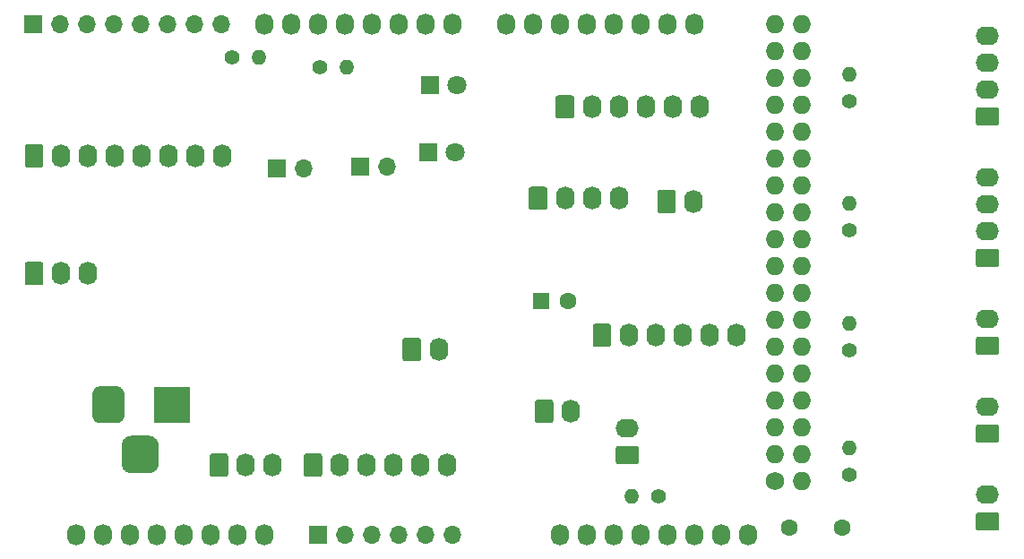
<source format=gbr>
G04 #@! TF.GenerationSoftware,KiCad,Pcbnew,(5.1.5-0-10_14)*
G04 #@! TF.CreationDate,2022-03-30T14:34:22+10:00*
G04 #@! TF.ProjectId,Hornet Forward Output Upper Shield,486f726e-6574-4204-966f-727761726420,rev?*
G04 #@! TF.SameCoordinates,Original*
G04 #@! TF.FileFunction,Soldermask,Top*
G04 #@! TF.FilePolarity,Negative*
%FSLAX46Y46*%
G04 Gerber Fmt 4.6, Leading zero omitted, Abs format (unit mm)*
G04 Created by KiCad (PCBNEW (5.1.5-0-10_14)) date 2022-03-30 14:34:22*
%MOMM*%
%LPD*%
G04 APERTURE LIST*
%ADD10C,1.600000*%
%ADD11R,1.600000X1.600000*%
%ADD12O,2.200000X1.740000*%
%ADD13C,0.100000*%
%ADD14C,1.400000*%
%ADD15O,1.400000X1.400000*%
%ADD16O,1.740000X2.200000*%
%ADD17R,3.500000X3.500000*%
%ADD18O,1.700000X1.700000*%
%ADD19R,1.700000X1.700000*%
%ADD20C,1.800000*%
%ADD21R,1.800000X1.800000*%
%ADD22C,1.727200*%
%ADD23O,1.727200X1.727200*%
%ADD24O,1.727200X2.032000*%
G04 APERTURE END LIST*
D10*
X198708000Y-118428000D03*
X203708000Y-118428000D03*
X177760000Y-97028000D03*
D11*
X175260000Y-97028000D03*
D12*
X183388000Y-109030000D03*
D13*
G36*
X184262505Y-110701204D02*
G01*
X184286773Y-110704804D01*
X184310572Y-110710765D01*
X184333671Y-110719030D01*
X184355850Y-110729520D01*
X184376893Y-110742132D01*
X184396599Y-110756747D01*
X184414777Y-110773223D01*
X184431253Y-110791401D01*
X184445868Y-110811107D01*
X184458480Y-110832150D01*
X184468970Y-110854329D01*
X184477235Y-110877428D01*
X184483196Y-110901227D01*
X184486796Y-110925495D01*
X184488000Y-110949999D01*
X184488000Y-112190001D01*
X184486796Y-112214505D01*
X184483196Y-112238773D01*
X184477235Y-112262572D01*
X184468970Y-112285671D01*
X184458480Y-112307850D01*
X184445868Y-112328893D01*
X184431253Y-112348599D01*
X184414777Y-112366777D01*
X184396599Y-112383253D01*
X184376893Y-112397868D01*
X184355850Y-112410480D01*
X184333671Y-112420970D01*
X184310572Y-112429235D01*
X184286773Y-112435196D01*
X184262505Y-112438796D01*
X184238001Y-112440000D01*
X182537999Y-112440000D01*
X182513495Y-112438796D01*
X182489227Y-112435196D01*
X182465428Y-112429235D01*
X182442329Y-112420970D01*
X182420150Y-112410480D01*
X182399107Y-112397868D01*
X182379401Y-112383253D01*
X182361223Y-112366777D01*
X182344747Y-112348599D01*
X182330132Y-112328893D01*
X182317520Y-112307850D01*
X182307030Y-112285671D01*
X182298765Y-112262572D01*
X182292804Y-112238773D01*
X182289204Y-112214505D01*
X182288000Y-112190001D01*
X182288000Y-110949999D01*
X182289204Y-110925495D01*
X182292804Y-110901227D01*
X182298765Y-110877428D01*
X182307030Y-110854329D01*
X182317520Y-110832150D01*
X182330132Y-110811107D01*
X182344747Y-110791401D01*
X182361223Y-110773223D01*
X182379401Y-110756747D01*
X182399107Y-110742132D01*
X182420150Y-110729520D01*
X182442329Y-110719030D01*
X182465428Y-110710765D01*
X182489227Y-110704804D01*
X182513495Y-110701204D01*
X182537999Y-110700000D01*
X184238001Y-110700000D01*
X184262505Y-110701204D01*
G37*
D12*
X217424000Y-115316000D03*
D13*
G36*
X218298505Y-116987204D02*
G01*
X218322773Y-116990804D01*
X218346572Y-116996765D01*
X218369671Y-117005030D01*
X218391850Y-117015520D01*
X218412893Y-117028132D01*
X218432599Y-117042747D01*
X218450777Y-117059223D01*
X218467253Y-117077401D01*
X218481868Y-117097107D01*
X218494480Y-117118150D01*
X218504970Y-117140329D01*
X218513235Y-117163428D01*
X218519196Y-117187227D01*
X218522796Y-117211495D01*
X218524000Y-117235999D01*
X218524000Y-118476001D01*
X218522796Y-118500505D01*
X218519196Y-118524773D01*
X218513235Y-118548572D01*
X218504970Y-118571671D01*
X218494480Y-118593850D01*
X218481868Y-118614893D01*
X218467253Y-118634599D01*
X218450777Y-118652777D01*
X218432599Y-118669253D01*
X218412893Y-118683868D01*
X218391850Y-118696480D01*
X218369671Y-118706970D01*
X218346572Y-118715235D01*
X218322773Y-118721196D01*
X218298505Y-118724796D01*
X218274001Y-118726000D01*
X216573999Y-118726000D01*
X216549495Y-118724796D01*
X216525227Y-118721196D01*
X216501428Y-118715235D01*
X216478329Y-118706970D01*
X216456150Y-118696480D01*
X216435107Y-118683868D01*
X216415401Y-118669253D01*
X216397223Y-118652777D01*
X216380747Y-118634599D01*
X216366132Y-118614893D01*
X216353520Y-118593850D01*
X216343030Y-118571671D01*
X216334765Y-118548572D01*
X216328804Y-118524773D01*
X216325204Y-118500505D01*
X216324000Y-118476001D01*
X216324000Y-117235999D01*
X216325204Y-117211495D01*
X216328804Y-117187227D01*
X216334765Y-117163428D01*
X216343030Y-117140329D01*
X216353520Y-117118150D01*
X216366132Y-117097107D01*
X216380747Y-117077401D01*
X216397223Y-117059223D01*
X216415401Y-117042747D01*
X216435107Y-117028132D01*
X216456150Y-117015520D01*
X216478329Y-117005030D01*
X216501428Y-116996765D01*
X216525227Y-116990804D01*
X216549495Y-116987204D01*
X216573999Y-116986000D01*
X218274001Y-116986000D01*
X218298505Y-116987204D01*
G37*
D14*
X186309000Y-115443000D03*
D15*
X183769000Y-115443000D03*
D14*
X204343000Y-113411000D03*
D15*
X204343000Y-110871000D03*
D14*
X204343000Y-101664000D03*
D15*
X204343000Y-99124000D03*
D14*
X204343000Y-90360500D03*
D15*
X204343000Y-87820500D03*
D14*
X204343000Y-78105000D03*
D15*
X204343000Y-75565000D03*
D12*
X217424000Y-71945500D03*
X217424000Y-74485500D03*
X217424000Y-77025500D03*
D13*
G36*
X218298505Y-78696704D02*
G01*
X218322773Y-78700304D01*
X218346572Y-78706265D01*
X218369671Y-78714530D01*
X218391850Y-78725020D01*
X218412893Y-78737632D01*
X218432599Y-78752247D01*
X218450777Y-78768723D01*
X218467253Y-78786901D01*
X218481868Y-78806607D01*
X218494480Y-78827650D01*
X218504970Y-78849829D01*
X218513235Y-78872928D01*
X218519196Y-78896727D01*
X218522796Y-78920995D01*
X218524000Y-78945499D01*
X218524000Y-80185501D01*
X218522796Y-80210005D01*
X218519196Y-80234273D01*
X218513235Y-80258072D01*
X218504970Y-80281171D01*
X218494480Y-80303350D01*
X218481868Y-80324393D01*
X218467253Y-80344099D01*
X218450777Y-80362277D01*
X218432599Y-80378753D01*
X218412893Y-80393368D01*
X218391850Y-80405980D01*
X218369671Y-80416470D01*
X218346572Y-80424735D01*
X218322773Y-80430696D01*
X218298505Y-80434296D01*
X218274001Y-80435500D01*
X216573999Y-80435500D01*
X216549495Y-80434296D01*
X216525227Y-80430696D01*
X216501428Y-80424735D01*
X216478329Y-80416470D01*
X216456150Y-80405980D01*
X216435107Y-80393368D01*
X216415401Y-80378753D01*
X216397223Y-80362277D01*
X216380747Y-80344099D01*
X216366132Y-80324393D01*
X216353520Y-80303350D01*
X216343030Y-80281171D01*
X216334765Y-80258072D01*
X216328804Y-80234273D01*
X216325204Y-80210005D01*
X216324000Y-80185501D01*
X216324000Y-78945499D01*
X216325204Y-78920995D01*
X216328804Y-78896727D01*
X216334765Y-78872928D01*
X216343030Y-78849829D01*
X216353520Y-78827650D01*
X216366132Y-78806607D01*
X216380747Y-78786901D01*
X216397223Y-78768723D01*
X216415401Y-78752247D01*
X216435107Y-78737632D01*
X216456150Y-78725020D01*
X216478329Y-78714530D01*
X216501428Y-78706265D01*
X216525227Y-78700304D01*
X216549495Y-78696704D01*
X216573999Y-78695500D01*
X218274001Y-78695500D01*
X218298505Y-78696704D01*
G37*
D12*
X217424000Y-107013000D03*
D13*
G36*
X218298505Y-108684204D02*
G01*
X218322773Y-108687804D01*
X218346572Y-108693765D01*
X218369671Y-108702030D01*
X218391850Y-108712520D01*
X218412893Y-108725132D01*
X218432599Y-108739747D01*
X218450777Y-108756223D01*
X218467253Y-108774401D01*
X218481868Y-108794107D01*
X218494480Y-108815150D01*
X218504970Y-108837329D01*
X218513235Y-108860428D01*
X218519196Y-108884227D01*
X218522796Y-108908495D01*
X218524000Y-108932999D01*
X218524000Y-110173001D01*
X218522796Y-110197505D01*
X218519196Y-110221773D01*
X218513235Y-110245572D01*
X218504970Y-110268671D01*
X218494480Y-110290850D01*
X218481868Y-110311893D01*
X218467253Y-110331599D01*
X218450777Y-110349777D01*
X218432599Y-110366253D01*
X218412893Y-110380868D01*
X218391850Y-110393480D01*
X218369671Y-110403970D01*
X218346572Y-110412235D01*
X218322773Y-110418196D01*
X218298505Y-110421796D01*
X218274001Y-110423000D01*
X216573999Y-110423000D01*
X216549495Y-110421796D01*
X216525227Y-110418196D01*
X216501428Y-110412235D01*
X216478329Y-110403970D01*
X216456150Y-110393480D01*
X216435107Y-110380868D01*
X216415401Y-110366253D01*
X216397223Y-110349777D01*
X216380747Y-110331599D01*
X216366132Y-110311893D01*
X216353520Y-110290850D01*
X216343030Y-110268671D01*
X216334765Y-110245572D01*
X216328804Y-110221773D01*
X216325204Y-110197505D01*
X216324000Y-110173001D01*
X216324000Y-108932999D01*
X216325204Y-108908495D01*
X216328804Y-108884227D01*
X216334765Y-108860428D01*
X216343030Y-108837329D01*
X216353520Y-108815150D01*
X216366132Y-108794107D01*
X216380747Y-108774401D01*
X216397223Y-108756223D01*
X216415401Y-108739747D01*
X216435107Y-108725132D01*
X216456150Y-108712520D01*
X216478329Y-108702030D01*
X216501428Y-108693765D01*
X216525227Y-108687804D01*
X216549495Y-108684204D01*
X216573999Y-108683000D01*
X218274001Y-108683000D01*
X218298505Y-108684204D01*
G37*
D12*
X217424000Y-85328100D03*
X217424000Y-87868100D03*
X217424000Y-90408100D03*
D13*
G36*
X218298505Y-92079304D02*
G01*
X218322773Y-92082904D01*
X218346572Y-92088865D01*
X218369671Y-92097130D01*
X218391850Y-92107620D01*
X218412893Y-92120232D01*
X218432599Y-92134847D01*
X218450777Y-92151323D01*
X218467253Y-92169501D01*
X218481868Y-92189207D01*
X218494480Y-92210250D01*
X218504970Y-92232429D01*
X218513235Y-92255528D01*
X218519196Y-92279327D01*
X218522796Y-92303595D01*
X218524000Y-92328099D01*
X218524000Y-93568101D01*
X218522796Y-93592605D01*
X218519196Y-93616873D01*
X218513235Y-93640672D01*
X218504970Y-93663771D01*
X218494480Y-93685950D01*
X218481868Y-93706993D01*
X218467253Y-93726699D01*
X218450777Y-93744877D01*
X218432599Y-93761353D01*
X218412893Y-93775968D01*
X218391850Y-93788580D01*
X218369671Y-93799070D01*
X218346572Y-93807335D01*
X218322773Y-93813296D01*
X218298505Y-93816896D01*
X218274001Y-93818100D01*
X216573999Y-93818100D01*
X216549495Y-93816896D01*
X216525227Y-93813296D01*
X216501428Y-93807335D01*
X216478329Y-93799070D01*
X216456150Y-93788580D01*
X216435107Y-93775968D01*
X216415401Y-93761353D01*
X216397223Y-93744877D01*
X216380747Y-93726699D01*
X216366132Y-93706993D01*
X216353520Y-93685950D01*
X216343030Y-93663771D01*
X216334765Y-93640672D01*
X216328804Y-93616873D01*
X216325204Y-93592605D01*
X216324000Y-93568101D01*
X216324000Y-92328099D01*
X216325204Y-92303595D01*
X216328804Y-92279327D01*
X216334765Y-92255528D01*
X216343030Y-92232429D01*
X216353520Y-92210250D01*
X216366132Y-92189207D01*
X216380747Y-92169501D01*
X216397223Y-92151323D01*
X216415401Y-92134847D01*
X216435107Y-92120232D01*
X216456150Y-92107620D01*
X216478329Y-92097130D01*
X216501428Y-92088865D01*
X216525227Y-92082904D01*
X216549495Y-92079304D01*
X216573999Y-92078100D01*
X218274001Y-92078100D01*
X218298505Y-92079304D01*
G37*
D12*
X217424000Y-98711000D03*
D13*
G36*
X218298505Y-100382204D02*
G01*
X218322773Y-100385804D01*
X218346572Y-100391765D01*
X218369671Y-100400030D01*
X218391850Y-100410520D01*
X218412893Y-100423132D01*
X218432599Y-100437747D01*
X218450777Y-100454223D01*
X218467253Y-100472401D01*
X218481868Y-100492107D01*
X218494480Y-100513150D01*
X218504970Y-100535329D01*
X218513235Y-100558428D01*
X218519196Y-100582227D01*
X218522796Y-100606495D01*
X218524000Y-100630999D01*
X218524000Y-101871001D01*
X218522796Y-101895505D01*
X218519196Y-101919773D01*
X218513235Y-101943572D01*
X218504970Y-101966671D01*
X218494480Y-101988850D01*
X218481868Y-102009893D01*
X218467253Y-102029599D01*
X218450777Y-102047777D01*
X218432599Y-102064253D01*
X218412893Y-102078868D01*
X218391850Y-102091480D01*
X218369671Y-102101970D01*
X218346572Y-102110235D01*
X218322773Y-102116196D01*
X218298505Y-102119796D01*
X218274001Y-102121000D01*
X216573999Y-102121000D01*
X216549495Y-102119796D01*
X216525227Y-102116196D01*
X216501428Y-102110235D01*
X216478329Y-102101970D01*
X216456150Y-102091480D01*
X216435107Y-102078868D01*
X216415401Y-102064253D01*
X216397223Y-102047777D01*
X216380747Y-102029599D01*
X216366132Y-102009893D01*
X216353520Y-101988850D01*
X216343030Y-101966671D01*
X216334765Y-101943572D01*
X216328804Y-101919773D01*
X216325204Y-101895505D01*
X216324000Y-101871001D01*
X216324000Y-100630999D01*
X216325204Y-100606495D01*
X216328804Y-100582227D01*
X216334765Y-100558428D01*
X216343030Y-100535329D01*
X216353520Y-100513150D01*
X216366132Y-100492107D01*
X216380747Y-100472401D01*
X216397223Y-100454223D01*
X216415401Y-100437747D01*
X216435107Y-100423132D01*
X216456150Y-100410520D01*
X216478329Y-100400030D01*
X216501428Y-100391765D01*
X216525227Y-100385804D01*
X216549495Y-100382204D01*
X216573999Y-100381000D01*
X218274001Y-100381000D01*
X218298505Y-100382204D01*
G37*
D16*
X178054000Y-107442000D03*
D13*
G36*
X176158505Y-106343204D02*
G01*
X176182773Y-106346804D01*
X176206572Y-106352765D01*
X176229671Y-106361030D01*
X176251850Y-106371520D01*
X176272893Y-106384132D01*
X176292599Y-106398747D01*
X176310777Y-106415223D01*
X176327253Y-106433401D01*
X176341868Y-106453107D01*
X176354480Y-106474150D01*
X176364970Y-106496329D01*
X176373235Y-106519428D01*
X176379196Y-106543227D01*
X176382796Y-106567495D01*
X176384000Y-106591999D01*
X176384000Y-108292001D01*
X176382796Y-108316505D01*
X176379196Y-108340773D01*
X176373235Y-108364572D01*
X176364970Y-108387671D01*
X176354480Y-108409850D01*
X176341868Y-108430893D01*
X176327253Y-108450599D01*
X176310777Y-108468777D01*
X176292599Y-108485253D01*
X176272893Y-108499868D01*
X176251850Y-108512480D01*
X176229671Y-108522970D01*
X176206572Y-108531235D01*
X176182773Y-108537196D01*
X176158505Y-108540796D01*
X176134001Y-108542000D01*
X174893999Y-108542000D01*
X174869495Y-108540796D01*
X174845227Y-108537196D01*
X174821428Y-108531235D01*
X174798329Y-108522970D01*
X174776150Y-108512480D01*
X174755107Y-108499868D01*
X174735401Y-108485253D01*
X174717223Y-108468777D01*
X174700747Y-108450599D01*
X174686132Y-108430893D01*
X174673520Y-108409850D01*
X174663030Y-108387671D01*
X174654765Y-108364572D01*
X174648804Y-108340773D01*
X174645204Y-108316505D01*
X174644000Y-108292001D01*
X174644000Y-106591999D01*
X174645204Y-106567495D01*
X174648804Y-106543227D01*
X174654765Y-106519428D01*
X174663030Y-106496329D01*
X174673520Y-106474150D01*
X174686132Y-106453107D01*
X174700747Y-106433401D01*
X174717223Y-106415223D01*
X174735401Y-106398747D01*
X174755107Y-106384132D01*
X174776150Y-106371520D01*
X174798329Y-106361030D01*
X174821428Y-106352765D01*
X174845227Y-106346804D01*
X174869495Y-106343204D01*
X174893999Y-106342000D01*
X176134001Y-106342000D01*
X176158505Y-106343204D01*
G37*
D16*
X149860000Y-112522000D03*
X147320000Y-112522000D03*
D13*
G36*
X145424505Y-111423204D02*
G01*
X145448773Y-111426804D01*
X145472572Y-111432765D01*
X145495671Y-111441030D01*
X145517850Y-111451520D01*
X145538893Y-111464132D01*
X145558599Y-111478747D01*
X145576777Y-111495223D01*
X145593253Y-111513401D01*
X145607868Y-111533107D01*
X145620480Y-111554150D01*
X145630970Y-111576329D01*
X145639235Y-111599428D01*
X145645196Y-111623227D01*
X145648796Y-111647495D01*
X145650000Y-111671999D01*
X145650000Y-113372001D01*
X145648796Y-113396505D01*
X145645196Y-113420773D01*
X145639235Y-113444572D01*
X145630970Y-113467671D01*
X145620480Y-113489850D01*
X145607868Y-113510893D01*
X145593253Y-113530599D01*
X145576777Y-113548777D01*
X145558599Y-113565253D01*
X145538893Y-113579868D01*
X145517850Y-113592480D01*
X145495671Y-113602970D01*
X145472572Y-113611235D01*
X145448773Y-113617196D01*
X145424505Y-113620796D01*
X145400001Y-113622000D01*
X144159999Y-113622000D01*
X144135495Y-113620796D01*
X144111227Y-113617196D01*
X144087428Y-113611235D01*
X144064329Y-113602970D01*
X144042150Y-113592480D01*
X144021107Y-113579868D01*
X144001401Y-113565253D01*
X143983223Y-113548777D01*
X143966747Y-113530599D01*
X143952132Y-113510893D01*
X143939520Y-113489850D01*
X143929030Y-113467671D01*
X143920765Y-113444572D01*
X143914804Y-113420773D01*
X143911204Y-113396505D01*
X143910000Y-113372001D01*
X143910000Y-111671999D01*
X143911204Y-111647495D01*
X143914804Y-111623227D01*
X143920765Y-111599428D01*
X143929030Y-111576329D01*
X143939520Y-111554150D01*
X143952132Y-111533107D01*
X143966747Y-111513401D01*
X143983223Y-111495223D01*
X144001401Y-111478747D01*
X144021107Y-111464132D01*
X144042150Y-111451520D01*
X144064329Y-111441030D01*
X144087428Y-111432765D01*
X144111227Y-111426804D01*
X144135495Y-111423204D01*
X144159999Y-111422000D01*
X145400001Y-111422000D01*
X145424505Y-111423204D01*
G37*
D16*
X166370000Y-112522000D03*
X163830000Y-112522000D03*
X161290000Y-112522000D03*
X158750000Y-112522000D03*
X156210000Y-112522000D03*
D13*
G36*
X154314505Y-111423204D02*
G01*
X154338773Y-111426804D01*
X154362572Y-111432765D01*
X154385671Y-111441030D01*
X154407850Y-111451520D01*
X154428893Y-111464132D01*
X154448599Y-111478747D01*
X154466777Y-111495223D01*
X154483253Y-111513401D01*
X154497868Y-111533107D01*
X154510480Y-111554150D01*
X154520970Y-111576329D01*
X154529235Y-111599428D01*
X154535196Y-111623227D01*
X154538796Y-111647495D01*
X154540000Y-111671999D01*
X154540000Y-113372001D01*
X154538796Y-113396505D01*
X154535196Y-113420773D01*
X154529235Y-113444572D01*
X154520970Y-113467671D01*
X154510480Y-113489850D01*
X154497868Y-113510893D01*
X154483253Y-113530599D01*
X154466777Y-113548777D01*
X154448599Y-113565253D01*
X154428893Y-113579868D01*
X154407850Y-113592480D01*
X154385671Y-113602970D01*
X154362572Y-113611235D01*
X154338773Y-113617196D01*
X154314505Y-113620796D01*
X154290001Y-113622000D01*
X153049999Y-113622000D01*
X153025495Y-113620796D01*
X153001227Y-113617196D01*
X152977428Y-113611235D01*
X152954329Y-113602970D01*
X152932150Y-113592480D01*
X152911107Y-113579868D01*
X152891401Y-113565253D01*
X152873223Y-113548777D01*
X152856747Y-113530599D01*
X152842132Y-113510893D01*
X152829520Y-113489850D01*
X152819030Y-113467671D01*
X152810765Y-113444572D01*
X152804804Y-113420773D01*
X152801204Y-113396505D01*
X152800000Y-113372001D01*
X152800000Y-111671999D01*
X152801204Y-111647495D01*
X152804804Y-111623227D01*
X152810765Y-111599428D01*
X152819030Y-111576329D01*
X152829520Y-111554150D01*
X152842132Y-111533107D01*
X152856747Y-111513401D01*
X152873223Y-111495223D01*
X152891401Y-111478747D01*
X152911107Y-111464132D01*
X152932150Y-111451520D01*
X152954329Y-111441030D01*
X152977428Y-111432765D01*
X153001227Y-111426804D01*
X153025495Y-111423204D01*
X153049999Y-111422000D01*
X154290001Y-111422000D01*
X154314505Y-111423204D01*
G37*
D16*
X165544000Y-101600000D03*
D13*
G36*
X163648505Y-100501204D02*
G01*
X163672773Y-100504804D01*
X163696572Y-100510765D01*
X163719671Y-100519030D01*
X163741850Y-100529520D01*
X163762893Y-100542132D01*
X163782599Y-100556747D01*
X163800777Y-100573223D01*
X163817253Y-100591401D01*
X163831868Y-100611107D01*
X163844480Y-100632150D01*
X163854970Y-100654329D01*
X163863235Y-100677428D01*
X163869196Y-100701227D01*
X163872796Y-100725495D01*
X163874000Y-100749999D01*
X163874000Y-102450001D01*
X163872796Y-102474505D01*
X163869196Y-102498773D01*
X163863235Y-102522572D01*
X163854970Y-102545671D01*
X163844480Y-102567850D01*
X163831868Y-102588893D01*
X163817253Y-102608599D01*
X163800777Y-102626777D01*
X163782599Y-102643253D01*
X163762893Y-102657868D01*
X163741850Y-102670480D01*
X163719671Y-102680970D01*
X163696572Y-102689235D01*
X163672773Y-102695196D01*
X163648505Y-102698796D01*
X163624001Y-102700000D01*
X162383999Y-102700000D01*
X162359495Y-102698796D01*
X162335227Y-102695196D01*
X162311428Y-102689235D01*
X162288329Y-102680970D01*
X162266150Y-102670480D01*
X162245107Y-102657868D01*
X162225401Y-102643253D01*
X162207223Y-102626777D01*
X162190747Y-102608599D01*
X162176132Y-102588893D01*
X162163520Y-102567850D01*
X162153030Y-102545671D01*
X162144765Y-102522572D01*
X162138804Y-102498773D01*
X162135204Y-102474505D01*
X162134000Y-102450001D01*
X162134000Y-100749999D01*
X162135204Y-100725495D01*
X162138804Y-100701227D01*
X162144765Y-100677428D01*
X162153030Y-100654329D01*
X162163520Y-100632150D01*
X162176132Y-100611107D01*
X162190747Y-100591401D01*
X162207223Y-100573223D01*
X162225401Y-100556747D01*
X162245107Y-100542132D01*
X162266150Y-100529520D01*
X162288329Y-100519030D01*
X162311428Y-100510765D01*
X162335227Y-100504804D01*
X162359495Y-100501204D01*
X162383999Y-100500000D01*
X163624001Y-100500000D01*
X163648505Y-100501204D01*
G37*
D16*
X145098000Y-83312000D03*
X142558000Y-83312000D03*
X140018000Y-83312000D03*
X137478000Y-83312000D03*
X134938000Y-83312000D03*
X132398000Y-83312000D03*
X129858000Y-83312000D03*
D13*
G36*
X127962505Y-82213204D02*
G01*
X127986773Y-82216804D01*
X128010572Y-82222765D01*
X128033671Y-82231030D01*
X128055850Y-82241520D01*
X128076893Y-82254132D01*
X128096599Y-82268747D01*
X128114777Y-82285223D01*
X128131253Y-82303401D01*
X128145868Y-82323107D01*
X128158480Y-82344150D01*
X128168970Y-82366329D01*
X128177235Y-82389428D01*
X128183196Y-82413227D01*
X128186796Y-82437495D01*
X128188000Y-82461999D01*
X128188000Y-84162001D01*
X128186796Y-84186505D01*
X128183196Y-84210773D01*
X128177235Y-84234572D01*
X128168970Y-84257671D01*
X128158480Y-84279850D01*
X128145868Y-84300893D01*
X128131253Y-84320599D01*
X128114777Y-84338777D01*
X128096599Y-84355253D01*
X128076893Y-84369868D01*
X128055850Y-84382480D01*
X128033671Y-84392970D01*
X128010572Y-84401235D01*
X127986773Y-84407196D01*
X127962505Y-84410796D01*
X127938001Y-84412000D01*
X126697999Y-84412000D01*
X126673495Y-84410796D01*
X126649227Y-84407196D01*
X126625428Y-84401235D01*
X126602329Y-84392970D01*
X126580150Y-84382480D01*
X126559107Y-84369868D01*
X126539401Y-84355253D01*
X126521223Y-84338777D01*
X126504747Y-84320599D01*
X126490132Y-84300893D01*
X126477520Y-84279850D01*
X126467030Y-84257671D01*
X126458765Y-84234572D01*
X126452804Y-84210773D01*
X126449204Y-84186505D01*
X126448000Y-84162001D01*
X126448000Y-82461999D01*
X126449204Y-82437495D01*
X126452804Y-82413227D01*
X126458765Y-82389428D01*
X126467030Y-82366329D01*
X126477520Y-82344150D01*
X126490132Y-82323107D01*
X126504747Y-82303401D01*
X126521223Y-82285223D01*
X126539401Y-82268747D01*
X126559107Y-82254132D01*
X126580150Y-82241520D01*
X126602329Y-82231030D01*
X126625428Y-82222765D01*
X126649227Y-82216804D01*
X126673495Y-82213204D01*
X126697999Y-82212000D01*
X127938001Y-82212000D01*
X127962505Y-82213204D01*
G37*
G36*
X138295765Y-109761213D02*
G01*
X138380704Y-109773813D01*
X138463999Y-109794677D01*
X138544848Y-109823605D01*
X138622472Y-109860319D01*
X138696124Y-109904464D01*
X138765094Y-109955616D01*
X138828718Y-110013282D01*
X138886384Y-110076906D01*
X138937536Y-110145876D01*
X138981681Y-110219528D01*
X139018395Y-110297152D01*
X139047323Y-110378001D01*
X139068187Y-110461296D01*
X139080787Y-110546235D01*
X139085000Y-110632000D01*
X139085000Y-112382000D01*
X139080787Y-112467765D01*
X139068187Y-112552704D01*
X139047323Y-112635999D01*
X139018395Y-112716848D01*
X138981681Y-112794472D01*
X138937536Y-112868124D01*
X138886384Y-112937094D01*
X138828718Y-113000718D01*
X138765094Y-113058384D01*
X138696124Y-113109536D01*
X138622472Y-113153681D01*
X138544848Y-113190395D01*
X138463999Y-113219323D01*
X138380704Y-113240187D01*
X138295765Y-113252787D01*
X138210000Y-113257000D01*
X136460000Y-113257000D01*
X136374235Y-113252787D01*
X136289296Y-113240187D01*
X136206001Y-113219323D01*
X136125152Y-113190395D01*
X136047528Y-113153681D01*
X135973876Y-113109536D01*
X135904906Y-113058384D01*
X135841282Y-113000718D01*
X135783616Y-112937094D01*
X135732464Y-112868124D01*
X135688319Y-112794472D01*
X135651605Y-112716848D01*
X135622677Y-112635999D01*
X135601813Y-112552704D01*
X135589213Y-112467765D01*
X135585000Y-112382000D01*
X135585000Y-110632000D01*
X135589213Y-110546235D01*
X135601813Y-110461296D01*
X135622677Y-110378001D01*
X135651605Y-110297152D01*
X135688319Y-110219528D01*
X135732464Y-110145876D01*
X135783616Y-110076906D01*
X135841282Y-110013282D01*
X135904906Y-109955616D01*
X135973876Y-109904464D01*
X136047528Y-109860319D01*
X136125152Y-109823605D01*
X136206001Y-109794677D01*
X136289296Y-109773813D01*
X136374235Y-109761213D01*
X136460000Y-109757000D01*
X138210000Y-109757000D01*
X138295765Y-109761213D01*
G37*
G36*
X135158513Y-105060611D02*
G01*
X135231318Y-105071411D01*
X135302714Y-105089295D01*
X135372013Y-105114090D01*
X135438548Y-105145559D01*
X135501678Y-105183398D01*
X135560795Y-105227242D01*
X135615330Y-105276670D01*
X135664758Y-105331205D01*
X135708602Y-105390322D01*
X135746441Y-105453452D01*
X135777910Y-105519987D01*
X135802705Y-105589286D01*
X135820589Y-105660682D01*
X135831389Y-105733487D01*
X135835000Y-105807000D01*
X135835000Y-107807000D01*
X135831389Y-107880513D01*
X135820589Y-107953318D01*
X135802705Y-108024714D01*
X135777910Y-108094013D01*
X135746441Y-108160548D01*
X135708602Y-108223678D01*
X135664758Y-108282795D01*
X135615330Y-108337330D01*
X135560795Y-108386758D01*
X135501678Y-108430602D01*
X135438548Y-108468441D01*
X135372013Y-108499910D01*
X135302714Y-108524705D01*
X135231318Y-108542589D01*
X135158513Y-108553389D01*
X135085000Y-108557000D01*
X133585000Y-108557000D01*
X133511487Y-108553389D01*
X133438682Y-108542589D01*
X133367286Y-108524705D01*
X133297987Y-108499910D01*
X133231452Y-108468441D01*
X133168322Y-108430602D01*
X133109205Y-108386758D01*
X133054670Y-108337330D01*
X133005242Y-108282795D01*
X132961398Y-108223678D01*
X132923559Y-108160548D01*
X132892090Y-108094013D01*
X132867295Y-108024714D01*
X132849411Y-107953318D01*
X132838611Y-107880513D01*
X132835000Y-107807000D01*
X132835000Y-105807000D01*
X132838611Y-105733487D01*
X132849411Y-105660682D01*
X132867295Y-105589286D01*
X132892090Y-105519987D01*
X132923559Y-105453452D01*
X132961398Y-105390322D01*
X133005242Y-105331205D01*
X133054670Y-105276670D01*
X133109205Y-105227242D01*
X133168322Y-105183398D01*
X133231452Y-105145559D01*
X133297987Y-105114090D01*
X133367286Y-105089295D01*
X133438682Y-105071411D01*
X133511487Y-105060611D01*
X133585000Y-105057000D01*
X135085000Y-105057000D01*
X135158513Y-105060611D01*
G37*
D17*
X140335000Y-106807000D03*
D18*
X152781000Y-84455000D03*
D19*
X150241000Y-84455000D03*
D18*
X160655000Y-84328000D03*
D19*
X158115000Y-84328000D03*
D16*
X182562000Y-87312500D03*
X180022000Y-87312500D03*
X177482000Y-87312500D03*
D13*
G36*
X175586505Y-86213704D02*
G01*
X175610773Y-86217304D01*
X175634572Y-86223265D01*
X175657671Y-86231530D01*
X175679850Y-86242020D01*
X175700893Y-86254632D01*
X175720599Y-86269247D01*
X175738777Y-86285723D01*
X175755253Y-86303901D01*
X175769868Y-86323607D01*
X175782480Y-86344650D01*
X175792970Y-86366829D01*
X175801235Y-86389928D01*
X175807196Y-86413727D01*
X175810796Y-86437995D01*
X175812000Y-86462499D01*
X175812000Y-88162501D01*
X175810796Y-88187005D01*
X175807196Y-88211273D01*
X175801235Y-88235072D01*
X175792970Y-88258171D01*
X175782480Y-88280350D01*
X175769868Y-88301393D01*
X175755253Y-88321099D01*
X175738777Y-88339277D01*
X175720599Y-88355753D01*
X175700893Y-88370368D01*
X175679850Y-88382980D01*
X175657671Y-88393470D01*
X175634572Y-88401735D01*
X175610773Y-88407696D01*
X175586505Y-88411296D01*
X175562001Y-88412500D01*
X174321999Y-88412500D01*
X174297495Y-88411296D01*
X174273227Y-88407696D01*
X174249428Y-88401735D01*
X174226329Y-88393470D01*
X174204150Y-88382980D01*
X174183107Y-88370368D01*
X174163401Y-88355753D01*
X174145223Y-88339277D01*
X174128747Y-88321099D01*
X174114132Y-88301393D01*
X174101520Y-88280350D01*
X174091030Y-88258171D01*
X174082765Y-88235072D01*
X174076804Y-88211273D01*
X174073204Y-88187005D01*
X174072000Y-88162501D01*
X174072000Y-86462499D01*
X174073204Y-86437995D01*
X174076804Y-86413727D01*
X174082765Y-86389928D01*
X174091030Y-86366829D01*
X174101520Y-86344650D01*
X174114132Y-86323607D01*
X174128747Y-86303901D01*
X174145223Y-86285723D01*
X174163401Y-86269247D01*
X174183107Y-86254632D01*
X174204150Y-86242020D01*
X174226329Y-86231530D01*
X174249428Y-86223265D01*
X174273227Y-86217304D01*
X174297495Y-86213704D01*
X174321999Y-86212500D01*
X175562001Y-86212500D01*
X175586505Y-86213704D01*
G37*
D16*
X193675000Y-100266000D03*
X191135000Y-100266000D03*
X188595000Y-100266000D03*
X186055000Y-100266000D03*
X183515000Y-100266000D03*
D13*
G36*
X181619505Y-99167204D02*
G01*
X181643773Y-99170804D01*
X181667572Y-99176765D01*
X181690671Y-99185030D01*
X181712850Y-99195520D01*
X181733893Y-99208132D01*
X181753599Y-99222747D01*
X181771777Y-99239223D01*
X181788253Y-99257401D01*
X181802868Y-99277107D01*
X181815480Y-99298150D01*
X181825970Y-99320329D01*
X181834235Y-99343428D01*
X181840196Y-99367227D01*
X181843796Y-99391495D01*
X181845000Y-99415999D01*
X181845000Y-101116001D01*
X181843796Y-101140505D01*
X181840196Y-101164773D01*
X181834235Y-101188572D01*
X181825970Y-101211671D01*
X181815480Y-101233850D01*
X181802868Y-101254893D01*
X181788253Y-101274599D01*
X181771777Y-101292777D01*
X181753599Y-101309253D01*
X181733893Y-101323868D01*
X181712850Y-101336480D01*
X181690671Y-101346970D01*
X181667572Y-101355235D01*
X181643773Y-101361196D01*
X181619505Y-101364796D01*
X181595001Y-101366000D01*
X180354999Y-101366000D01*
X180330495Y-101364796D01*
X180306227Y-101361196D01*
X180282428Y-101355235D01*
X180259329Y-101346970D01*
X180237150Y-101336480D01*
X180216107Y-101323868D01*
X180196401Y-101309253D01*
X180178223Y-101292777D01*
X180161747Y-101274599D01*
X180147132Y-101254893D01*
X180134520Y-101233850D01*
X180124030Y-101211671D01*
X180115765Y-101188572D01*
X180109804Y-101164773D01*
X180106204Y-101140505D01*
X180105000Y-101116001D01*
X180105000Y-99415999D01*
X180106204Y-99391495D01*
X180109804Y-99367227D01*
X180115765Y-99343428D01*
X180124030Y-99320329D01*
X180134520Y-99298150D01*
X180147132Y-99277107D01*
X180161747Y-99257401D01*
X180178223Y-99239223D01*
X180196401Y-99222747D01*
X180216107Y-99208132D01*
X180237150Y-99195520D01*
X180259329Y-99185030D01*
X180282428Y-99176765D01*
X180306227Y-99170804D01*
X180330495Y-99167204D01*
X180354999Y-99166000D01*
X181595001Y-99166000D01*
X181619505Y-99167204D01*
G37*
D16*
X132398000Y-94424500D03*
X129858000Y-94424500D03*
D13*
G36*
X127962505Y-93325704D02*
G01*
X127986773Y-93329304D01*
X128010572Y-93335265D01*
X128033671Y-93343530D01*
X128055850Y-93354020D01*
X128076893Y-93366632D01*
X128096599Y-93381247D01*
X128114777Y-93397723D01*
X128131253Y-93415901D01*
X128145868Y-93435607D01*
X128158480Y-93456650D01*
X128168970Y-93478829D01*
X128177235Y-93501928D01*
X128183196Y-93525727D01*
X128186796Y-93549995D01*
X128188000Y-93574499D01*
X128188000Y-95274501D01*
X128186796Y-95299005D01*
X128183196Y-95323273D01*
X128177235Y-95347072D01*
X128168970Y-95370171D01*
X128158480Y-95392350D01*
X128145868Y-95413393D01*
X128131253Y-95433099D01*
X128114777Y-95451277D01*
X128096599Y-95467753D01*
X128076893Y-95482368D01*
X128055850Y-95494980D01*
X128033671Y-95505470D01*
X128010572Y-95513735D01*
X127986773Y-95519696D01*
X127962505Y-95523296D01*
X127938001Y-95524500D01*
X126697999Y-95524500D01*
X126673495Y-95523296D01*
X126649227Y-95519696D01*
X126625428Y-95513735D01*
X126602329Y-95505470D01*
X126580150Y-95494980D01*
X126559107Y-95482368D01*
X126539401Y-95467753D01*
X126521223Y-95451277D01*
X126504747Y-95433099D01*
X126490132Y-95413393D01*
X126477520Y-95392350D01*
X126467030Y-95370171D01*
X126458765Y-95347072D01*
X126452804Y-95323273D01*
X126449204Y-95299005D01*
X126448000Y-95274501D01*
X126448000Y-93574499D01*
X126449204Y-93549995D01*
X126452804Y-93525727D01*
X126458765Y-93501928D01*
X126467030Y-93478829D01*
X126477520Y-93456650D01*
X126490132Y-93435607D01*
X126504747Y-93415901D01*
X126521223Y-93397723D01*
X126539401Y-93381247D01*
X126559107Y-93366632D01*
X126580150Y-93354020D01*
X126602329Y-93343530D01*
X126625428Y-93335265D01*
X126649227Y-93329304D01*
X126673495Y-93325704D01*
X126697999Y-93324500D01*
X127938001Y-93324500D01*
X127962505Y-93325704D01*
G37*
D14*
X154305000Y-74930000D03*
D15*
X156845000Y-74930000D03*
D14*
X146050000Y-73977500D03*
D15*
X148590000Y-73977500D03*
D16*
X190182000Y-78676500D03*
X187642000Y-78676500D03*
X185102000Y-78676500D03*
X182562000Y-78676500D03*
X180022000Y-78676500D03*
D13*
G36*
X178126505Y-77577704D02*
G01*
X178150773Y-77581304D01*
X178174572Y-77587265D01*
X178197671Y-77595530D01*
X178219850Y-77606020D01*
X178240893Y-77618632D01*
X178260599Y-77633247D01*
X178278777Y-77649723D01*
X178295253Y-77667901D01*
X178309868Y-77687607D01*
X178322480Y-77708650D01*
X178332970Y-77730829D01*
X178341235Y-77753928D01*
X178347196Y-77777727D01*
X178350796Y-77801995D01*
X178352000Y-77826499D01*
X178352000Y-79526501D01*
X178350796Y-79551005D01*
X178347196Y-79575273D01*
X178341235Y-79599072D01*
X178332970Y-79622171D01*
X178322480Y-79644350D01*
X178309868Y-79665393D01*
X178295253Y-79685099D01*
X178278777Y-79703277D01*
X178260599Y-79719753D01*
X178240893Y-79734368D01*
X178219850Y-79746980D01*
X178197671Y-79757470D01*
X178174572Y-79765735D01*
X178150773Y-79771696D01*
X178126505Y-79775296D01*
X178102001Y-79776500D01*
X176861999Y-79776500D01*
X176837495Y-79775296D01*
X176813227Y-79771696D01*
X176789428Y-79765735D01*
X176766329Y-79757470D01*
X176744150Y-79746980D01*
X176723107Y-79734368D01*
X176703401Y-79719753D01*
X176685223Y-79703277D01*
X176668747Y-79685099D01*
X176654132Y-79665393D01*
X176641520Y-79644350D01*
X176631030Y-79622171D01*
X176622765Y-79599072D01*
X176616804Y-79575273D01*
X176613204Y-79551005D01*
X176612000Y-79526501D01*
X176612000Y-77826499D01*
X176613204Y-77801995D01*
X176616804Y-77777727D01*
X176622765Y-77753928D01*
X176631030Y-77730829D01*
X176641520Y-77708650D01*
X176654132Y-77687607D01*
X176668747Y-77667901D01*
X176685223Y-77649723D01*
X176703401Y-77633247D01*
X176723107Y-77618632D01*
X176744150Y-77606020D01*
X176766329Y-77595530D01*
X176789428Y-77587265D01*
X176813227Y-77581304D01*
X176837495Y-77577704D01*
X176861999Y-77576500D01*
X178102001Y-77576500D01*
X178126505Y-77577704D01*
G37*
D16*
X189611000Y-87630000D03*
D13*
G36*
X187715505Y-86531204D02*
G01*
X187739773Y-86534804D01*
X187763572Y-86540765D01*
X187786671Y-86549030D01*
X187808850Y-86559520D01*
X187829893Y-86572132D01*
X187849599Y-86586747D01*
X187867777Y-86603223D01*
X187884253Y-86621401D01*
X187898868Y-86641107D01*
X187911480Y-86662150D01*
X187921970Y-86684329D01*
X187930235Y-86707428D01*
X187936196Y-86731227D01*
X187939796Y-86755495D01*
X187941000Y-86779999D01*
X187941000Y-88480001D01*
X187939796Y-88504505D01*
X187936196Y-88528773D01*
X187930235Y-88552572D01*
X187921970Y-88575671D01*
X187911480Y-88597850D01*
X187898868Y-88618893D01*
X187884253Y-88638599D01*
X187867777Y-88656777D01*
X187849599Y-88673253D01*
X187829893Y-88687868D01*
X187808850Y-88700480D01*
X187786671Y-88710970D01*
X187763572Y-88719235D01*
X187739773Y-88725196D01*
X187715505Y-88728796D01*
X187691001Y-88730000D01*
X186450999Y-88730000D01*
X186426495Y-88728796D01*
X186402227Y-88725196D01*
X186378428Y-88719235D01*
X186355329Y-88710970D01*
X186333150Y-88700480D01*
X186312107Y-88687868D01*
X186292401Y-88673253D01*
X186274223Y-88656777D01*
X186257747Y-88638599D01*
X186243132Y-88618893D01*
X186230520Y-88597850D01*
X186220030Y-88575671D01*
X186211765Y-88552572D01*
X186205804Y-88528773D01*
X186202204Y-88504505D01*
X186201000Y-88480001D01*
X186201000Y-86779999D01*
X186202204Y-86755495D01*
X186205804Y-86731227D01*
X186211765Y-86707428D01*
X186220030Y-86684329D01*
X186230520Y-86662150D01*
X186243132Y-86641107D01*
X186257747Y-86621401D01*
X186274223Y-86603223D01*
X186292401Y-86586747D01*
X186312107Y-86572132D01*
X186333150Y-86559520D01*
X186355329Y-86549030D01*
X186378428Y-86540765D01*
X186402227Y-86534804D01*
X186426495Y-86531204D01*
X186450999Y-86530000D01*
X187691001Y-86530000D01*
X187715505Y-86531204D01*
G37*
D20*
X167132000Y-82931000D03*
D21*
X164592000Y-82931000D03*
D20*
X167259000Y-76581000D03*
D21*
X164719000Y-76581000D03*
D18*
X145034000Y-70866000D03*
X142494000Y-70866000D03*
X139954000Y-70866000D03*
X137414000Y-70866000D03*
X134874000Y-70866000D03*
X132334000Y-70866000D03*
X129794000Y-70866000D03*
D19*
X127254000Y-70866000D03*
D18*
X166878000Y-119126000D03*
X164338000Y-119126000D03*
X161798000Y-119126000D03*
X159258000Y-119126000D03*
X156718000Y-119126000D03*
D19*
X154178000Y-119126000D03*
D22*
X197358000Y-114046000D03*
D23*
X199898000Y-114046000D03*
X197358000Y-111506000D03*
X199898000Y-111506000D03*
X197358000Y-108966000D03*
X199898000Y-108966000D03*
X197358000Y-106426000D03*
X199898000Y-106426000D03*
X197358000Y-103886000D03*
X199898000Y-103886000D03*
X197358000Y-101346000D03*
X199898000Y-101346000D03*
X197358000Y-98806000D03*
X199898000Y-98806000D03*
X197358000Y-96266000D03*
X199898000Y-96266000D03*
X197358000Y-93726000D03*
X199898000Y-93726000D03*
X197358000Y-91186000D03*
X199898000Y-91186000D03*
X197358000Y-88646000D03*
X199898000Y-88646000D03*
X197358000Y-86106000D03*
X199898000Y-86106000D03*
X197358000Y-83566000D03*
X199898000Y-83566000D03*
X197358000Y-81026000D03*
X199898000Y-81026000D03*
X197358000Y-78486000D03*
X199898000Y-78486000D03*
X197358000Y-75946000D03*
X199898000Y-75946000D03*
X197358000Y-73406000D03*
X199898000Y-73406000D03*
X197358000Y-70866000D03*
X199898000Y-70866000D03*
D24*
X131318000Y-119126000D03*
X133858000Y-119126000D03*
X136398000Y-119126000D03*
X138938000Y-119126000D03*
X141478000Y-119126000D03*
X144018000Y-119126000D03*
X146558000Y-119126000D03*
X149098000Y-119126000D03*
X177038000Y-119126000D03*
X179578000Y-119126000D03*
X182118000Y-119126000D03*
X184658000Y-119126000D03*
X187198000Y-119126000D03*
X189738000Y-119126000D03*
X192278000Y-119126000D03*
X194818000Y-119126000D03*
X149098000Y-70866000D03*
X151638000Y-70866000D03*
X154178000Y-70866000D03*
X156718000Y-70866000D03*
X159258000Y-70866000D03*
X161798000Y-70866000D03*
X164338000Y-70866000D03*
X166878000Y-70866000D03*
X171958000Y-70866000D03*
X174498000Y-70866000D03*
X177038000Y-70866000D03*
X179578000Y-70866000D03*
X182118000Y-70866000D03*
X184658000Y-70866000D03*
X187198000Y-70866000D03*
X189738000Y-70866000D03*
M02*

</source>
